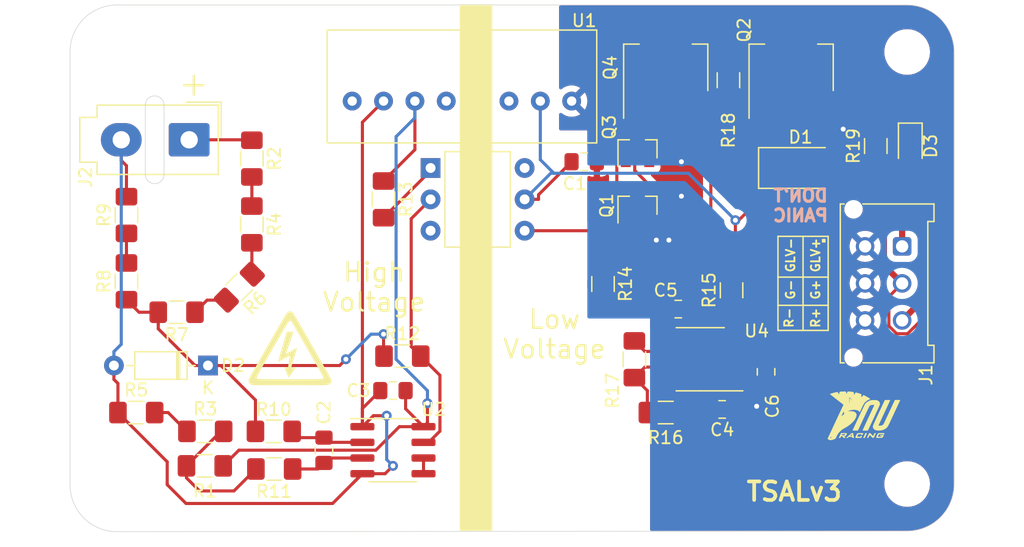
<source format=kicad_pcb>
(kicad_pcb (version 20221018) (generator pcbnew)
  (layers (0 "F.Cu" signal) (31 "B.Cu" signal) (34 "B.Paste" user) (35 "F.Paste" user) (36 "B.SilkS" user "B.Silkscreen") (37 "F.SilkS" user "F.Silkscreen") (38 "B.Mask" user) (39 "F.Mask" user) (44 "Edge.Cuts" user))
  (net 0 "")
  (net 1 "Net-(C2-Pad2)")
  (net 2 "Net-(C2-Pad1)")
  (net 3 "GND")
  (net 4 "+12V")
  (net 5 "Net-(C5-Pad2)")
  (net 6 "Net-(C6-Pad2)")
  (net 7 "/Vin")
  (net 8 "/RED+")
  (net 9 "Net-(D3-Pad1)")
  (net 10 "/+HV")
  (net 11 "/GRN+")
  (net 12 "Net-(Q3-Pad3)")
  (net 13 "/Vref")
  (net 14 "Net-(U2-Pad5)")
  (net 15 "Net-(Q3-Pad1)")
  (net 16 "Net-(Q1-Pad3)")
  (net 17 "Net-(Q1-Pad1)")
  (net 18 "Net-(R2-Pad2)")
  (net 19 "Net-(R3-Pad1)")
  (net 20 "Net-(R4-Pad2)")
  (net 21 "Net-(R6-Pad2)")
  (net 22 "Net-(R8-Pad2)")
  (net 23 "Net-(R12-Pad2)")
  (net 24 "Net-(R13-Pad2)")
  (net 25 "Net-(R16-Pad1)")
  (net 26 "GLV-")
  (net 27 "GLV+")
  (net 28 "VCC")
  (footprint "Resistor_SMD:R_1206_3216Metric_Pad1.42x1.75mm_HandSolder" (layer "F.Cu") (at 62.484 73.406 -135)
    (fp_text reference "R6" (at 0 -1.82 45) (layer "F.SilkS"))
    (fp_text value "249k")
    (pad "1" smd roundrect (at -1.4875 0 225) (size 1.425 1.75) (layers "F.Cu" "F.Paste" "F.Mask") (roundrect_rratio 0.1754392982) (net 20 "Net-(R4-Pad2)"))
    (pad "2" smd roundrect (at 1.4875 0 225) (size 1.425 1.75) (layers "F.Cu" "F.Paste" "F.Mask") (roundrect_rratio 0.1754392982) (net 21 "Net-(R6-Pad2)"))
  )
  (footprint "Connector_Molex:Molex_Mini-Fit_Jr_5566-02A_2x01_P4.20mm_Vertical" (layer "F.Cu") (at 58.42 61.468 -90)
    (fp_text reference "J2" (at 3.048 8.382 90) (layer "F.SilkS"))
    (fp_text value "HV")
    (pad "1" thru_hole roundrect (at 0 0 270) (size 2.7 3.3) (drill 1.4) (layers "*.Cu" "*.Mask") (roundrect_rratio 0.09259296296) (net 10 "/+HV"))
    (pad "2" thru_hole oval (at 0 5.5 270) (size 2.7 3.3) (drill 1.4) (layers "*.Cu" "*.Mask") (net 3 "GND"))
  )
  (footprint "Resistor_SMD:R_1206_3216Metric_Pad1.42x1.75mm_HandSolder" (layer "F.Cu") (at 57.404 75.438 180)
    (fp_text reference "R7" (at 0 -1.82) (layer "F.SilkS"))
    (fp_text value "249k")
    (pad "1" smd roundrect (at -1.4875 0 180) (size 1.425 1.75) (layers "F.Cu" "F.Paste" "F.Mask") (roundrect_rratio 0.1754392982) (net 21 "Net-(R6-Pad2)"))
    (pad "2" smd roundrect (at 1.4875 0 180) (size 1.425 1.75) (layers "F.Cu" "F.Paste" "F.Mask") (roundrect_rratio 0.1754392982) (net 7 "/Vin"))
  )
  (footprint "Resistor_SMD:R_1206_3216Metric_Pad1.42x1.75mm_HandSolder" (layer "F.Cu") (at 63.5 68.326 -90)
    (fp_text reference "R4" (at 0 -1.82 90) (layer "F.SilkS"))
    (fp_text value "249k")
    (pad "1" smd roundrect (at -1.4875 0 270) (size 1.425 1.75) (layers "F.Cu" "F.Paste" "F.Mask") (roundrect_rratio 0.1754392982) (net 18 "Net-(R2-Pad2)"))
    (pad "2" smd roundrect (at 1.4875 0 270) (size 1.425 1.75) (layers "F.Cu" "F.Paste" "F.Mask") (roundrect_rratio 0.1754392982) (net 20 "Net-(R4-Pad2)"))
  )
  (footprint "Resistor_SMD:R_1206_3216Metric_Pad1.42x1.75mm_HandSolder" (layer "F.Cu") (at 65.278 85.09 180)
    (fp_text reference "R10" (at 0 1.778) (layer "F.SilkS"))
    (fp_text value "100")
    (pad "1" smd roundrect (at -1.4875 0 180) (size 1.425 1.75) (layers "F.Cu" "F.Paste" "F.Mask") (roundrect_rratio 0.1754392982) (net 2 "Net-(C2-Pad1)"))
    (pad "2" smd roundrect (at 1.4875 0 180) (size 1.425 1.75) (layers "F.Cu" "F.Paste" "F.Mask") (roundrect_rratio 0.1754392982) (net 7 "/Vin"))
  )
  (footprint "Resistor_SMD:R_1206_3216Metric_Pad1.42x1.75mm_HandSolder" (layer "F.Cu") (at 65.3145 88.138 180)
    (fp_text reference "R11" (at 0 -1.82) (layer "F.SilkS"))
    (fp_text value "100")
    (pad "1" smd roundrect (at -1.4875 0 180) (size 1.425 1.75) (layers "F.Cu" "F.Paste" "F.Mask") (roundrect_rratio 0.1754392982) (net 1 "Net-(C2-Pad2)"))
    (pad "2" smd roundrect (at 1.4875 0 180) (size 1.425 1.75) (layers "F.Cu" "F.Paste" "F.Mask") (roundrect_rratio 0.1754392982) (net 13 "/Vref"))
  )
  (footprint "Resistor_SMD:R_1206_3216Metric_Pad1.42x1.75mm_HandSolder" (layer "F.Cu") (at 75.692 78.994)
    (fp_text reference "R12" (at 0 -1.82) (layer "F.SilkS"))
    (fp_text value "1M")
    (pad "1" smd roundrect (at -1.4875 0) (size 1.425 1.75) (layers "F.Cu" "F.Paste" "F.Mask") (roundrect_rratio 0.1754392982) (net 7 "/Vin"))
    (pad "2" smd roundrect (at 1.4875 0) (size 1.425 1.75) (layers "F.Cu" "F.Paste" "F.Mask") (roundrect_rratio 0.1754392982) (net 23 "Net-(R12-Pad2)"))
  )
  (footprint "Capacitor_SMD:C_0805_2012Metric_Pad1.15x1.40mm_HandSolder" (layer "F.Cu") (at 74.93 81.788 180)
    (fp_text reference "C3" (at 2.794 0) (layer "F.SilkS"))
    (fp_text value "100n")
    (pad "1" smd roundrect (at -1.025 0 180) (size 1.15 1.4) (layers "F.Cu" "F.Paste" "F.Mask") (roundrect_rratio 0.2173913043) (net 4 "+12V"))
    (pad "2" smd roundrect (at 1.025 0 180) (size 1.15 1.4) (layers "F.Cu" "F.Paste" "F.Mask") (roundrect_rratio 0.2173913043) (net 3 "GND"))
  )
  (footprint "Capacitor_SMD:C_0805_2012Metric_Pad1.15x1.40mm_HandSolder" (layer "F.Cu") (at 69.342 86.623 -90)
    (fp_text reference "C2" (at -3.057 0 90) (layer "F.SilkS"))
    (fp_text value "10n")
    (pad "1" smd roundrect (at -1.025 0 270) (size 1.15 1.4) (layers "F.Cu" "F.Paste" "F.Mask") (roundrect_rratio 0.2173913043) (net 2 "Net-(C2-Pad1)"))
    (pad "2" smd roundrect (at 1.025 0 270) (size 1.15 1.4) (layers "F.Cu" "F.Paste" "F.Mask") (roundrect_rratio 0.2173913043) (net 1 "Net-(C2-Pad2)"))
  )
  (footprint "Resistor_SMD:R_1206_3216Metric_Pad1.42x1.75mm_HandSolder" (layer "F.Cu") (at 54.1385 83.566)
    (fp_text reference "R5" (at 0 -1.82) (layer "F.SilkS"))
    (fp_text value "900")
    (pad "1" smd roundrect (at -1.4875 0) (size 1.425 1.75) (layers "F.Cu" "F.Paste" "F.Mask") (roundrect_rratio 0.1754392982) (net 3 "GND"))
    (pad "2" smd roundrect (at 1.4875 0) (size 1.425 1.75) (layers "F.Cu" "F.Paste" "F.Mask") (roundrect_rratio 0.1754392982) (net 19 "Net-(R3-Pad1)"))
  )
  (footprint "Resistor_SMD:R_1206_3216Metric_Pad1.42x1.75mm_HandSolder" (layer "F.Cu") (at 53.34 72.9345 90)
    (fp_text reference "R8" (at 0 -1.82 90) (layer "F.SilkS"))
    (fp_text value "49k9")
    (pad "1" smd roundrect (at -1.4875 0 90) (size 1.425 1.75) (layers "F.Cu" "F.Paste" "F.Mask") (roundrect_rratio 0.1754392982) (net 7 "/Vin"))
    (pad "2" smd roundrect (at 1.4875 0 90) (size 1.425 1.75) (layers "F.Cu" "F.Paste" "F.Mask") (roundrect_rratio 0.1754392982) (net 22 "Net-(R8-Pad2)"))
  )
  (footprint "Resistor_SMD:R_1206_3216Metric_Pad1.42x1.75mm_HandSolder" (layer "F.Cu") (at 53.34 67.564 90)
    (fp_text reference "R9" (at 0 -1.82 90) (layer "F.SilkS"))
    (fp_text value "2k2")
    (pad "1" smd roundrect (at -1.4875 0 90) (size 1.425 1.75) (layers "F.Cu" "F.Paste" "F.Mask") (roundrect_rratio 0.1754392982) (net 22 "Net-(R8-Pad2)"))
    (pad "2" smd roundrect (at 1.4875 0 90) (size 1.425 1.75) (layers "F.Cu" "F.Paste" "F.Mask") (roundrect_rratio 0.1754392982) (net 3 "GND"))
  )
  (footprint "Diode_THT:D_DO-35_SOD27_P7.62mm_Horizontal" (layer "F.Cu") (at 59.944 79.756 180)
    (fp_text reference "D2" (at -2.032 0) (layer "F.SilkS"))
    (fp_text value "12V")
    (fp_text user "K" (at 0 -1.8) (layer "F.SilkS"))
    (pad "1" thru_hole rect (at 0 0 180) (size 1.6 1.6) (drill 0.8) (layers "*.Cu" "*.Mask") (net 7 "/Vin"))
    (pad "2" thru_hole oval (at 7.62 0 180) (size 1.6 1.6) (drill 0.8) (layers "*.Cu" "*.Mask") (net 3 "GND"))
  )
  (footprint "Resistor_SMD:R_1206_3216Metric_Pad1.42x1.75mm_HandSolder" (layer "F.Cu") (at 63.5 62.992 -90)
    (fp_text reference "R2" (at 0 -1.82 90) (layer "F.SilkS"))
    (fp_text value "249k")
    (pad "1" smd roundrect (at -1.4875 0 270) (size 1.425 1.75) (layers "F.Cu" "F.Paste" "F.Mask") (roundrect_rratio 0.1754392982) (net 10 "/+HV"))
    (pad "2" smd roundrect (at 1.4875 0 270) (size 1.425 1.75) (layers "F.Cu" "F.Paste" "F.Mask") (roundrect_rratio 0.1754392982) (net 18 "Net-(R2-Pad2)"))
  )
  (footprint "Resistor_SMD:R_1206_3216Metric_Pad1.42x1.75mm_HandSolder" (layer "F.Cu") (at 59.7265 85.09)
    (fp_text reference "R3" (at 0 -1.82) (layer "F.SilkS"))
    (fp_text value "24k")
    (pad "1" smd roundrect (at -1.4875 0) (size 1.425 1.75) (layers "F.Cu" "F.Paste" "F.Mask") (roundrect_rratio 0.1754392982) (net 19 "Net-(R3-Pad1)"))
    (pad "2" smd roundrect (at 1.4875 0) (size 1.425 1.75) (layers "F.Cu" "F.Paste" "F.Mask") (roundrect_rratio 0.1754392982) (net 13 "/Vref"))
  )
  (footprint "Package_TO_SOT_SMD:SOT-23" (layer "F.Cu") (at 94.742 62.23 90)
    (fp_text reference "Q3" (at 1.778 -2.286 90) (layer "F.SilkS"))
    (fp_text value "2N7002")
    (pad "1" smd rect (at -1 -0.95 90) (size 0.9 0.8) (layers "F.Cu" "F.Paste" "F.Mask") (net 15 "Net-(Q3-Pad1)"))
    (pad "2" smd rect (at -1 0.95 90) (size 0.9 0.8) (layers "F.Cu" "F.Paste" "F.Mask") (net 26 "GLV-"))
    (pad "3" smd rect (at 1 0 90) (size 0.9 0.8) (layers "F.Cu" "F.Paste" "F.Mask") (net 12 "Net-(Q3-Pad3)"))
  )
  (footprint "Resistor_SMD:R_1206_3216Metric_Pad1.42x1.75mm_HandSolder" (layer "F.Cu") (at 102.108 56.642 -90)
    (fp_text reference "R18" (at 4.064 0 90) (layer "F.SilkS"))
    (fp_text value "10k")
    (pad "1" smd roundrect (at -1.4875 0 270) (size 1.425 1.75) (layers "F.Cu" "F.Paste" "F.Mask") (roundrect_rratio 0.1754392982) (net 12 "Net-(Q3-Pad3)"))
    (pad "2" smd roundrect (at 1.4875 0 270) (size 1.425 1.75) (layers "F.Cu" "F.Paste" "F.Mask") (roundrect_rratio 0.1754392982) (net 27 "GLV+"))
  )
  (footprint "Diode_SMD:D_SMA" (layer "F.Cu") (at 107.95 63.754)
    (fp_text reference "D1" (at 0 -2.5) (layer "F.SilkS"))
    (fp_text value "D")
    (pad "1" smd rect (at -2 0) (size 2.5 1.8) (layers "F.Cu" "F.Paste" "F.Mask") (net 28 "VCC"))
    (pad "2" smd rect (at 2 0) (size 2.5 1.8) (layers "F.Cu" "F.Paste" "F.Mask") (net 27 "GLV+"))
  )
  (footprint "Package_TO_SOT_SMD:SOT-223-3_TabPin2" (layer "F.Cu") (at 97.028 55.626 90)
    (fp_text reference "Q4" (at 0 -4.5 90) (layer "F.SilkS"))
    (fp_text value "MCT06P10-TP")
    (pad "1" smd rect (at -3.15 -2.3 90) (size 2 1.5) (layers "F.Cu" "F.Paste" "F.Mask") (net 12 "Net-(Q3-Pad3)"))
    (pad "2" smd rect (at -3.15 0 90) (size 2 1.5) (layers "F.Cu" "F.Paste" "F.Mask") (net 8 "/RED+"))
    (pad "2" smd rect (at 3.15 0 90) (size 2 3.8) (layers "F.Cu" "F.Paste" "F.Mask") (net 8 "/RED+"))
    (pad "3" smd rect (at -3.15 2.3 90) (size 2 1.5) (layers "F.Cu" "F.Paste" "F.Mask") (net 27 "GLV+"))
  )
  (footprint "Connector_Molex:Molex_Micro-Fit_3.0_43045-0612_2x03_P3.00mm_Vertical" (layer "F.Cu") (at 116.1796 70.104 -90)
    (fp_text reference "J1" (at 10.414 -1.9304 90) (layer "F.SilkS"))
    (fp_text value "Conn_01x06_Female")
    (pad "" np_thru_hole circle (at -3 3.94 270) (size 1 1) (drill 1) (layers "*.Cu" "*.Mask"))
    (pad "" np_thru_hole circle (at 9 3.94 270) (size 1 1) (drill 1) (layers "*.Cu" "*.Mask"))
    (pad "1" thru_hole roundrect (at 0 0 270) (size 1.5 1.5) (drill 1) (layers "*.Cu" "*.Mask") (roundrect_rratio 0.1666673333) (net 27 "GLV+"))
    (pad "2" thru_hole circle (at 3 0 270) (size 1.5 1.5) (drill 1) (layers "*.Cu" "*.Mask") (net 11 "/GRN+"))
    (pad "3" thru_hole circle (at 6 0 270) (size 1.5 1.5) (drill 1) (layers "*.Cu" "*.Mask") (net 8 "/RED+"))
    (pad "4" thru_hole circle (at 0 3 270) (size 1.5 1.5) (drill 1) (layers "*.Cu" "*.Mask") (net 26 "GLV-"))
    (pad "5" thru_hole circle (at 3 3 270) (size 1.5 1.5) (drill 1) (layers "*.Cu" "*.Mask") (net 26 "GLV-"))
    (pad "6" thru_hole circle (at 6 3 270) (size 1.5 1.5) (drill 1) (layers "*.Cu" "*.Mask") (net 26 "GLV-"))
  )
  (footprint "MountingHole:MountingHole_3.2mm_M3" (layer "F.Cu") (at 116.586 89.356)
    (fp_text reference "MH4" hide)
    (fp_text value "MountingHole_3.2mm_M3")
    (pad "" np_thru_hole circle locked (at 0 0) (size 3.2 3.2) (drill 3.2) (layers "*.Cu" "*.Mask"))
  )
  (footprint "Package_SO:SOIC-8_3.9x4.9mm_P1.27mm" (layer "F.Cu") (at 74.93 86.614)
    (fp_text reference "U2" (at 3.302 -3.302) (layer "F.SilkS"))
    (fp_text value "LM311")
    (pad "1" smd roundrect (at -2.475 -1.905) (size 1.95 0.6) (layers "F.Cu" "F.Paste" "F.Mask") (net 3 "GND"))
    (pad "2" smd roundrect (at -2.475 -0.635) (size 1.95 0.6) (layers "F.Cu" "F.Paste" "F.Mask") (net 2 "Net-(C2-Pad1)"))
    (pad "3" smd roundrect (at -2.475 0.635) (size 1.95 0.6) (layers "F.Cu" "F.Paste" "F.Mask") (net 1 "Net-(C2-Pad2)"))
    (pad "4" smd roundrect (at -2.475 1.905) (size 1.95 0.6) (layers "F.Cu" "F.Paste" "F.Mask") (net 3 "GND"))
    (pad "5" smd roundrect (at 2.475 1.905) (size 1.95 0.6) (layers "F.Cu" "F.Paste" "F.Mask") (net 14 "Net-(U2-Pad5)"))
    (pad "6" smd roundrect (at 2.475 0.635) (size 1.95 0.6) (layers "F.Cu" "F.Paste" "F.Mask") (net 14 "Net-(U2-Pad5)"))
    (pad "7" smd roundrect (at 2.475 -0.635) (size 1.95 0.6) (layers "F.Cu" "F.Paste" "F.Mask") (net 23 "Net-(R12-Pad2)"))
    (pad "8" smd roundrect (at 2.475 -1.905) (size 1.95 0.6) (layers "F.Cu" "F.Paste" "F.Mask") (net 4 "+12V"))
  )
  (footprint "MountingHole:MountingHole_3.2mm_M3" (layer "F.Cu") (at 52.578 89.408)
    (fp_text reference "MH3" hide)
    (fp_text value "MountingHole_3.2mm_M3")
    (pad "" np_thru_hole circle locked (at 0 0) (size 3.2 3.2) (drill 3.2) (layers "*.Cu" "*.Mask"))
  )
  (footprint "MountingHole:MountingHole_3.2mm_M3" (layer "F.Cu") (at 116.586 54.356)
    (fp_text reference "MH2" hide)
    (fp_text value "MountingHole_3.2mm_M3")
    (pad "" np_thru_hole circle locked (at 0 0) (size 3.2 3.2) (drill 3.2) (layers "*.Cu" "*.Mask"))
  )
  (footprint "Resistor_SMD:R_1206_3216Metric_Pad1.42x1.75mm_HandSolder" (layer "F.Cu") (at 94.488 79.248 -90)
    (fp_text reference "R17" (at 2.54 1.778 90) (layer "F.SilkS"))
    (fp_text value "220k")
    (pad "1" smd roundrect (at -1.4875 0 270) (size 1.425 1.75) (layers "F.Cu" "F.Paste" "F.Mask") (roundrect_rratio 0.1754392982) (net 6 "Net-(C6-Pad2)"))
    (pad "2" smd roundrect (at 1.4875 0 270) (size 1.425 1.75) (layers "F.Cu" "F.Paste" "F.Mask") (roundrect_rratio 0.1754392982) (net 25 "Net-(R16-Pad1)"))
  )
  (footprint "Resistor_SMD:R_1206_3216Metric_Pad1.42x1.75mm_HandSolder" (layer "F.Cu") (at 102.362 73.66 90)
    (fp_text reference "R15" (at 0 -1.82 90) (layer "F.SilkS"))
    (fp_text value "22k")
    (pad "1" smd roundrect (at -1.4875 0 90) (size 1.425 1.75) (layers "F.Cu" "F.Paste" "F.Mask") (roundrect_rratio 0.1754392982) (net 16 "Net-(Q1-Pad3)"))
    (pad "2" smd roundrect (at 1.4875 0 90) (size 1.425 1.75) (layers "F.Cu" "F.Paste" "F.Mask") (roundrect_rratio 0.1754392982) (net 28 "VCC"))
  )
  (footprint "Resistor_SMD:R_1206_3216Metric_Pad1.42x1.75mm_HandSolder" (layer "F.Cu") (at 97.028 83.566)
    (fp_text reference "R16" (at 0 2.032) (layer "F.SilkS"))
    (fp_text value "22k")
    (pad "1" smd roundrect (at -1.4875 0) (size 1.425 1.75) (layers "F.Cu" "F.Paste" "F.Mask") (roundrect_rratio 0.1754392982) (net 25 "Net-(R16-Pad1)"))
    (pad "2" smd roundrect (at 1.4875 0) (size 1.425 1.75) (layers "F.Cu" "F.Paste" "F.Mask") (roundrect_rratio 0.1754392982) (net 28 "VCC"))
  )
  (footprint "Resistor_SMD:R_1206_3216Metric_Pad1.42x1.75mm_HandSolder" (layer "F.Cu") (at 114.046 61.976 90)
    (fp_text reference "R19" (at 0 -1.82 90) (layer "F.SilkS"))
    (fp_text value "2k2")
    (pad "1" smd roundrect (at -1.4875 0 90) (size 1.425 1.75) (layers "F.Cu" "F.Paste" "F.Mask") (roundrect_rratio 0.1754392982) (net 9 "Net-(D3-Pad1)"))
    (pad "2" smd roundrect (at 1.4875 0 90) (size 1.425 1.75) (layers "F.Cu" "F.Paste" "F.Mask") (roundrect_rratio 0.1754392982) (net 26 "GLV-"))
  )
  (footprint "Package_SO:SOIC-8_3.9x4.9mm_P1.27mm" (layer "F.Cu") (at 99.822 79.248 180)
    (fp_text reference "U4" (at -4.572 2.286) (layer "F.SilkS"))
    (fp_text value "NE555")
    (pad "1" smd roundrect (at -2.475 -1.905 180) (size 1.95 0.6) (layers "F.Cu" "F.Paste" "F.Mask") (net 26 "GLV-"))
    (pad "2" smd roundrect (at -2.475 -0.635 180) (size 1.95 0.6) (layers "F.Cu" "F.Paste" "F.Mask") (net 6 "Net-(C6-Pad2)"))
    (pad "3" smd roundrect (at -2.475 0.635 180) (size 1.95 0.6) (layers "F.Cu" "F.Paste" "F.Mask") (net 15 "Net-(Q3-Pad1)"))
    (pad "4" smd roundrect (at -2.475 1.905 180) (size 1.95 0.6) (layers "F.Cu" "F.Paste" "F.Mask") (net 16 "Net-(Q1-Pad3)"))
    (pad "5" smd roundrect (at 2.475 1.905 180) (size 1.95 0.6) (layers "F.Cu" "F.Paste" "F.Mask") (net 5 "Net-(C5-Pad2)"))
    (pad "6" smd roundrect (at 2.475 0.635 180) (size 1.95 0.6) (layers "F.Cu" "F.Paste" "F.Mask") (net 6 "Net-(C6-Pad2)"))
    (pad "7" smd roundrect (at 2.475 -0.635 180) (size 1.95 0.6) (layers "F.Cu" "F.Paste" "F.Mask") (net 25 "Net-(R16-Pad1)"))
    (pad "8" smd roundrect (at 2.475 -1.905 180) (size 1.95 0.6) (layers "F.Cu" "F.Paste" "F.Mask") (net 28 "VCC"))
  )
  (footprint "Resistor_SMD:R_1206_3216Metric_Pad1.42x1.75mm_HandSolder" (layer "F.Cu") (at 91.948 73.152 -90)
    (fp_text reference "R14" (at 0 -1.82 90) (layer "F.SilkS"))
    (fp_text value "10k")
    (pad "1" smd roundrect (at -1.4875 0 270) (size 1.425 1.75) (layers "F.Cu" "F.Paste" "F.Mask") (roundrect_rratio 0.1754392982) (net 17 "Net-(Q1-Pad1)"))
    (pad "2" smd roundrect (at 1.4875 0 270) (size 1.425 1.75) (layers "F.Cu" "F.Paste" "F.Mask") (roundrect_rratio 0.1754392982) (net 26 "GLV-"))
  )
  (footprint "Resistor_SMD:R_1206_3216Metric_Pad1.42x1.75mm_HandSolder" (layer "F.Cu") (at 74.168 66.294 -90)
    (fp_text reference "R13" (at 0 -1.82 90) (layer "F.SilkS"))
    (fp_text value "2k2")
    (pad "1" smd roundrect (at -1.4875 0 270) (size 1.425 1.75) (layers "F.Cu" "F.Paste" "F.Mask") (roundrect_rratio 0.1754392982) (net 4 "+12V"))
    (pad "2" smd roundrect (at 1.4875 0 270) (size 1.425 1.75) (layers "F.Cu" "F.Paste" "F.Mask") (roundrect_rratio 0.1754392982) (net 24 "Net-(R13-Pad2)"))
  )
  (footprint "Package_DIP:DIP-6_W7.62mm" (layer "F.Cu") (at 77.978 63.754)
    (fp_text reference "U3" (at 3.81 -2.33) (layer "F.SilkS"))
    (fp_text value "4N35")
    (pad "1" thru_hole rect (at 0 0) (size 1.6 1.6) (drill 0.8) (layers "*.Cu" "*.Mask") (net 24 "Net-(R13-Pad2)"))
    (pad "2" thru_hole oval (at 0 2.54) (size 1.6 1.6) (drill 0.8) (layers "*.Cu" "*.Mask") (net 23 "Net-(R12-Pad2)"))
    (pad "3" thru_hole oval (at 0 5.08) (size 1.6 1.6) (drill 0.8) (layers "*.Cu" "*.Mask"))
    (pad "4" thru_hole oval (at 7.62 5.08) (size 1.6 1.6) (drill 0.8) (layers "*.Cu" "*.Mask") (net 17 "Net-(Q1-Pad1)"))
    (pad "5" thru_hole oval (at 7.62 2.54) (size 1.6 1.6) (drill 0.8) (layers "*.Cu" "*.Mask") (net 28 "VCC"))
    (pad "6" thru_hole oval (at 7.62 0) (size 1.6 1.6) (drill 0.8) (layers "*.Cu" "*.Mask"))
  )
  (footprint "Capacitor_SMD:C_0805_2012Metric_Pad1.15x1.40mm_HandSolder" (layer "F.Cu") (at 101.6 83.312 180)
    (fp_text reference "C4" (at 0 -1.65) (layer "F.SilkS"))
    (fp_text value "100n")
    (pad "1" smd roundrect (at -1.025 0 180) (size 1.15 1.4) (layers "F.Cu" "F.Paste" "F.Mask") (roundrect_rratio 0.2173913043) (net 26 "GLV-"))
    (pad "2" smd roundrect (at 1.025 0 180) (size 1.15 1.4) (layers "F.Cu" "F.Paste" "F.Mask") (roundrect_rratio 0.2173913043) (net 28 "VCC"))
  )
  (footprint "Capacitor_SMD:C_0805_2012Metric_Pad1.15x1.40mm_HandSolder" (layer "F.Cu") (at 105.156 80.264 90)
    (fp_text reference "C6" (at -2.794 0.508 90) (layer "F.SilkS"))
    (fp_text value "1u")
    (pad "1" smd roundrect (at -1.025 0 90) (size 1.15 1.4) (layers "F.Cu" "F.Paste" "F.Mask") (roundrect_rratio 0.2173913043) (net 26 "GLV-"))
    (pad "2" smd roundrect (at 1.025 0 90) (size 1.15 1.4) (layers "F.Cu" "F.Paste" "F.Mask") (roundrect_rratio 0.2173913043) (net 6 "Net-(C6-Pad2)"))
  )
  (footprint "LED_SMD:LED_0805_2012Metric_Pad1.15x1.40mm_HandSolder" (layer "F.Cu") (at 116.84 61.976 -90)
    (fp_text reference "D3" (at 0 -1.65 90) (layer "F.SilkS"))
    (fp_text value "VHI")
    (pad "1" smd roundrect (at -1.025 0 270) (size 1.15 1.4) (layers "F.Cu" "F.Paste" "F.Mask") (roundrect_rratio 0.2173913043) (net 9 "Net-(D3-Pad1)"))
    (pad "2" smd roundrect (at 1.025 0 270) (size 1.15 1.4) (layers "F.Cu" "F.Paste" "F.Mask") (roundrect_rratio 0.2173913043) (net 8 "/RED+"))
  )
  (footprint "Package_TO_SOT_SMD:SOT-223-3_TabPin2" (layer "F.Cu") (at 107.188 55.626 90)
    (fp_text reference "Q2" (at 3.048 -3.81 90) (layer "F.SilkS"))
    (fp_text value "MCT06P10-TP")
    (pad "1" smd rect (at -3.15 -2.3 90) (size 2 1.5) (layers "F.Cu" "F.Paste" "F.Mask") (net 16 "Net-(Q1-Pad3)"))
    (pad "2" smd rect (at -3.15 0 90) (size 2 1.5) (layers "F.Cu" "F.Paste" "F.Mask") (net 11 "/GRN+"))
    (pad "2" smd rect (at 3.15 0 90) (size 2 3.8) (layers "F.Cu" "F.Paste" "F.Mask") (net 11 "/GRN+"))
    (pad "3" smd rect (at -3.15 2.3 90) (size 2 1.5) (layers "F.Cu" "F.Paste" "F.Mask") (net 27 "GLV+"))
  )
  (footprint "Capacitor_SMD:C_0805_2012Metric_Pad1.15x1.40mm_HandSolder" (layer "F.Cu") (at 90.424 63.246 180)
    (fp_text reference "C1" (at 0.762 -1.778) (layer "F.SilkS"))
    (fp_text value "1u")
    (pad "1" smd roundrect (at -1.025 0 180) (size 1.15 1.4) (layers "F.Cu" "F.Paste" "F.Mask") (roundrect_rratio 0.2173913043) (net 26 "GLV-"))
    (pad "2" smd roundrect (at 1.025 0 180) (size 1.15 1.4) (layers "F.Cu" "F.Paste" "F.Mask") (roundrect_rratio 0.2173913043) (net 28 "VCC"))
  )
  (footprint "Package_TO_SOT_SMD:SOT-23" (layer "F.Cu") (at 94.742 66.802 90)
    (fp_text reference "Q1" (at 0 -2.5 90) (layer "F.SilkS"))
    (fp_text value "2N7002")
    (pad "1" smd rect (at -1 -0.95 90) (size 0.9 0.8) (layers "F.Cu" "F.Paste" "F.Mask") (net 17 "Net-(Q1-Pad1)"))
    (pad "2" smd rect (at -1 0.95 90) (size 0.9 0.8) (layers "F.Cu" "F.Paste" "F.Mask") (net 26 "GLV-"))
    (pad "3" smd rect (at 1 0 90) (size 0.9 0.8) (layers "F.Cu" "F.Paste" "F.Mask") (net 16 "Net-(Q1-Pad3)"))
  )
  (footprint "TSAL-HVM:SPAN02" (layer "F.Cu") (at 80.772 57.15 180)
    (fp_text reference "U1" (at -9.652 5.334) (layer "F.SilkS"))
    (fp_text value "SPAN02A-12")
    (pad "1" thru_hole circle (at -8.636 -1.184 180) (size 1.524 1.524) (drill 0.762) (layers "*.Cu" "*.Mask") (net 26 "GLV-"))
    (pad "2" thru_hole circle (at -6.096 -1.184 180) (size 1.524 1.524) (drill 0.762) (layers "*.Cu" "*.Mask") (net 28 "VCC"))
    (pad "3" thru_hole circle (at -3.556 -1.184 180) (size 1.524 1.524) (drill 0.762) (layers "*.Cu" "*.Mask"))
    (pad "5" thru_hole circle (at 1.524 -1.184 180) (size 1.524 1.524) (drill 0.762) (layers "*.Cu" "*.Mask"))
    (pad "6" thru_hole circle (at 4.064 -1.184 180) (size 1.524 1.524) (drill 0.762) (layers "*.Cu" "*.Mask") (net 4 "+12V"))
    (pad "7" thru_hole circle (at 6.604 -1.184 180) (size 1.524 1.524) (drill 0.762) (layers "*.Cu" "*.Mask") (net 3 "GND"))
    (pad "8" thru_hole circle (at 9.144 -1.184 180) (size 1.524 1.524) (drill 0.762) (layers "*.Cu" "*.Mask"))
  )
  (footprint "Capacitor_SMD:C_0805_2012Metric_Pad1.15x1.40mm_HandSolder" (layer "F.Cu") (at 98.044 75.184 180)
    (fp_text reference "C5" (at 1.016 1.524) (layer "F.SilkS"))
    (fp_text value "100n")
    (pad "1" smd roundrect (at -1.025 0 180) (size 1.15 1.4) (layers "F.Cu" "F.Paste" "F.Mask") (roundrect_rratio 0.2173913043) (net 26 "GLV-"))
    (pad "2" smd roundrect (at 1.025 0 180) (size 1.15 1.4) (layers "F.Cu" "F.Paste" "F.Mask") (roundrect_rratio 0.2173913043) (net 5 "Net-(C5-Pad2)"))
  )
  (footprint "Resistor_SMD:R_1206_3216Metric_Pad1.42x1.75mm_HandSolder" (layer "F.Cu") (at 59.69 87.884)
    (fp_text reference "R1" (at 0 2.032) (layer "F.SilkS"))
    (fp_text value "75k")
    (pad "1" smd roundrect (at -1.4875 0) (size 1.425 1.75) (layers "F.Cu" "F.Paste" "F.Mask") (roundrect_rratio 0.1754392982) (net 13 "/Vref"))
    (pad "2" smd roundrect (at 1.4875 0) (size 1.425 1.75) (layers "F.Cu" "F.Paste" "F.Mask") (roundrect_rratio 0.1754392982) (net 4 "+12V"))
  )
  (footprint "TSAL-HVM:logo" (layer "F.Cu") (at 113.086 83.856)
    (fp_text reference "G***" hide)
    (fp_text value "LOGO" hide)
  )
  (footprint "TSAL-HVM:electric-shock-symbol" (layer "F.Cu") (at 66.586 78.356)
    (fp_text reference "G***" hide)
    (fp_text value "LOGO" hide)
  )
  (footprint "MountingHole:MountingHole_3.2mm_M3" (layer "F.Cu") (at 52.578 54.356)
    (fp_text reference "MH1" hide)
    (fp_text value "MountingHole_3.2mm_M3")
    (pad "" np_thru_hole circle locked (at 0 0) (size 3.2 3.2) (drill 3.2) (layers "*.Cu" "*.Mask"))
  )
  (gr_line (start 106.1212 76.9112) (end 106.1212 69.2912) (stroke (width 0.12)) (layer "F.SilkS"))
  (gr_line (start 106.1212 72.5932) (end 110.1852 72.5932) (stroke (width 0.12)) (layer "F.SilkS"))
  (gr_poly (pts (xy 80.391 57.531) (xy 80.391 50.546) (xy 82.931 50.546) (xy 82.931 93.091) (xy 80.391 93.091) (xy 80.391 78.486)) (stroke (width 0.1)) (fill solid) (layer "F.SilkS"))
  (gr_line (start 110.1852 74.8792) (end 106.1212 74.8792) (stroke (width 0.12)) (layer "F.SilkS"))
  (gr_poly (pts (xy 109.728 69.5452) (xy 109.9312 69.5452) (xy 109.9312 69.7484) (xy 109.728 69.7484)) (stroke (width 0.1)) (fill solid) (layer "F.SilkS"))
  (gr_line (start 110.1852 69.2912) (end 110.1852 76.9112) (stroke (width 0.12)) (layer "F.SilkS"))
  (gr_line (start 106.1212 69.2912) (end 110.1852 69.2912) (stroke (width 0.12)) (layer "F.SilkS"))
  (gr_line (start 108.1532 76.9112) (end 108.1532 69.2912) (stroke (width 0.12)) (layer "F.SilkS"))
  (gr_line (start 110.1852 76.9112) (end 106.1212 76.9112) (stroke (width 0.12)) (layer "F.SilkS"))
  (gr_line (start 120.396 54.356) (end 120.396 89.356) (stroke (width 0.05)) (layer "Edge.Cuts"))
  (gr_line (start 116.586 93.166) (end 52.578 93.218) (stroke (width 0.05)) (layer "Edge.Cuts"))
  (gr_line (start 48.768 89.408) (end 48.768 54.356) (stroke (width 0.05)) (layer "Edge.Cuts"))
  (gr_line (start 52.578 50.546) (end 116.586 50.546) (stroke (width 0.05)) (layer "Edge.Cuts"))
  (gr_arc (start 56.388 64.262) (mid 55.626 65.024) (end 54.864 64.262) (stroke (width 0.05)) (layer "Edge.Cuts"))
  (gr_arc (start 54.864 58.674) (mid 55.626 57.912) (end 56.388 58.674) (stroke (width 0.05)) (layer "Edge.Cuts"))
  (gr_line (start 56.388 58.674) (end 56.388 64.262) (stroke (width 0.05)) (layer "Edge.Cuts"))
  (gr_line (start 54.864 58.674) (end 54.864 64.262) (stroke (width 0.05)) (layer "Edge.Cuts"))
  (gr_arc (start 48.768 54.356) (mid 49.883923 51.661923) (end 52.578 50.546) (stroke (width 0.05)) (layer "Edge.Cuts"))
  (gr_arc (start 52.578 93.218) (mid 49.883923 92.102077) (end 48.768 89.408) (stroke (width 0.05)) (layer "Edge.Cuts"))
  (gr_arc (start 116.586 50.546) (mid 119.280077 51.661923) (end 120.396 54.356) (stroke (width 0.05)) (layer "Edge.Cuts"))
  (gr_arc (start 120.396 89.356) (mid 119.280077 92.050077) (end 116.586 93.166) (stroke (width 0.05)) (layer "Edge.Cuts"))
  (gr_text "DON'T\nPANIC" (at 107.95 66.802) (layer "B.SilkS") (effects (font (size 1 1) (thickness 0.25)) (justify mirror)))
  (gr_text "High\nVoltage" (at 73.406 73.406) (layer "F.SilkS") (effects (font (size 1.5 1.5) (thickness 0.2))))
  (gr_text "Low\nVoltage" (at 88.011 77.216) (layer "F.SilkS") (effects (font (size 1.5 1.5) (thickness 0.2))))
  (gr_text "G-" (at 107.1372 73.6092 90) (layer "F.SilkS") (effects (font (size 0.7 0.7))))
  (gr_text "GLV-" (at 107.1372 70.8152 90) (layer "F.SilkS") (effects (font (size 0.7 0.7))))
  (gr_text "GLV+" (at 109.1692 70.8152 90) (layer "F.SilkS") (effects (font (size 0.7 0.7))))
  (gr_text "R+" (at 109.1692 75.8952 90) (layer "F.SilkS") (effects (font (size 0.7 0.7))))
  (gr_text "R-" (at 107.0102 75.8952 90) (layer "F.SilkS") (effects (font (size 0.7 0.7))))
  (gr_text "TSALv3" (at 107.442 89.9668) (layer "F.SilkS") (effects (font (size 1.5 1.5) (thickness 0.3))))
  (gr_text "G+" (at 109.1692 73.6092 90) (layer "F.SilkS") (effects (font (size 0.7 0.7))))
  (gr_text "+" (at 58.801 56.896) (layer "F.SilkS") (effects (font (size 2 2) (thickness 0.2))))
  (segment (start 72.455 87.249) (end 69.741 87.249) (width 0.25) (layer "F.Cu") (net 1))
  (segment (start 69.741 87.249) (end 69.342 87.648) (width 0.25) (layer "F.Cu") (net 1))
  (segment (start 68.852 88.138) (end 66.802 88.138) (width 0.25) (layer "F.Cu") (net 1))
  (segment (start 69.342 87.648) (end 68.852 88.138) (width 0.25) (layer "F.Cu") (net 1))
  (segment (start 69.723 85.979) (end 69.342 85.598) (width 0.25) (layer "F.Cu") (net 2))
  (segment (start 69.342 85.598) (end 67.2735 85.598) (width 0.25) (layer "F.Cu") (net 2))
  (segment (start 72.455 85.979) (end 69.723 85.979) (width 0.25) (layer "F.Cu") (net 2))
  (segment (start 67.2735 85.598) (end 66.7655 85.09) (width 0.25) (layer "F.Cu") (net 2))
  (segment (start 73.905 81.788) (end 72.455 83.238) (width 0.25) (layer "F.Cu") (net 3))
  (segment (start 53.34 63.5633) (end 53.34 66.0765) (width 0.25) (layer "F.Cu") (net 3))
  (segment (start 52.324 79.756) (end 52.324 80.8813) (width 0.25) (layer "F.Cu") (net 3))
  (segment (start 71.6304 89.3436) (end 72.455 88.519) (width 0.25) (layer "F.Cu") (net 3))
  (segment (start 52.324 80.8813) (end 52.651 81.2083) (width 0.25) (layer "F.Cu") (net 3))
  (segment (start 72.455 88.519) (end 74.295 88.519) (width 0.25) (layer "F.Cu") (net 3))
  (segment (start 56.642 89.328773) (end 56.647557 89.413557) (width 0.25) (layer "F.Cu") (net 3))
  (segment (start 74.422 83.82) (end 73.344 83.82) (width 0.25) (layer "F.Cu") (net 3))
  (segment (start 72.455 60.047) (end 74.168 58.334) (width 0.25) (layer "F.Cu") (net 3))
  (segment (start 70.042 90.932) (end 72.455 88.519) (width 0.25) (layer "F.Cu") (net 3))
  (segment (start 72.455 84.709) (end 72.455 60.047) (width 0.25) (layer "F.Cu") (net 3))
  (segment (start 56.642 87.557) (end 56.642 89.328773) (width 0.25) (layer "F.Cu") (net 3))
  (segment (start 74.295 88.519) (end 74.93 87.884) (width 0.25) (layer "F.Cu") (net 3))
  (segment (start 52.92 63.1433) (end 53.34 63.5633) (width 0.25) (layer "F.Cu") (net 3))
  (segment (start 52.651 82.3262) (end 52.651 83.566) (width 0.25) (layer "F.Cu") (net 3))
  (segment (start 52.651 81.2083) (end 52.651 82.3262) (width 0.25) (layer "F.Cu") (net 3))
  (segment (start 56.647557 89.413557) (end 58.166 90.932) (width 0.25) (layer "F.Cu") (net 3))
  (segment (start 73.344 83.82) (end 72.455 84.709) (width 0.25) (layer "F.Cu") (net 3))
  (segment (start 58.166 90.932) (end 70.042 90.932) (width 0.25) (layer "F.Cu") (net 3))
  (segment (start 52.651 83.566) (end 56.642 87.557) (width 0.25) (layer "F.Cu") (net 3))
  (segment (start 72.455 83.238) (end 72.455 84.709) (width 0.25) (layer "F.Cu") (net 3))
  (segment (start 52.92 61.468) (end 52.92 63.1433) (width 0.25) (layer "F.Cu") (net 3))
  (via (at 74.93 87.884) (size 0.8) (drill 0.4) (layers "F.Cu" "B.Cu") (net 3))
  (via (at 74.422 83.82) (size 0.8) (drill 0.4) (layers "F.Cu" "B.Cu") (net 3))
  (segment (start 52.324 79.756) (end 52.324 78.6307) (width 0.25) (layer "B.Cu") (net 3))
  (segment (start 74.422 87.376) (end 74.422 83.82) (width 0.25) (layer "B.Cu") (net 3))
  (segment (start 52.324 78.6307) (end 52.92 78.0347) (width 0.25) (layer "B.Cu") (net 3))
  (segment (start 74.93 87.884) (end 74.422 87.376) (width 0.25) (layer "B.Cu") (net 3))
  (segment (start 52.92 78.0347) (end 52.92 61.468) (width 0.25) (layer "B.Cu") (net 3))
  (segment (start 77.724 82.804) (end 77.724 84.39) (width 0.25) (layer "F.Cu") (net 4))
  (segment (start 76.708 58.334) (end 76.708 62.2665) (width 0.25) (layer "F.Cu") (net 4))
  (segment (start 62.4475 86.614) (end 73.5454 86.614) (width 0.25) (layer "F.Cu") (net 4))
  (segment (start 76.708 62.2665) (end 74.168 64.8065) (width 0.25) (layer "F.Cu") (net 4))
  (segment (start 75.955 81.788) (end 75.955 83.259) (width 0.25) (layer "F.Cu") (net 4))
  (segment (start 75.955 83.259) (end 77.405 84.709) (width 0.25) (layer "F.Cu") (net 4))
  (segment (start 75.4504 84.709) (end 77.405 84.709) (width 0.25) (layer "F.Cu") (net 4))
  (segment (start 61.1775 87.884) (end 62.4475 86.614) (width 0.25) (layer "F.Cu") (net 4))
  (segment (start 73.5454 86.614) (end 75.4504 84.709) (width 0.25) (layer "F.Cu") (net 4))
  (segment (start 77.724 84.39) (end 77.405 84.709) (width 0.25) (layer "F.Cu") (net 4))
  (via (at 77.724 82.804) (size 0.8) (drill 0.4) (layers "F.Cu" "B.Cu") (net 4))
  (segment (start 75.184 79.248) (end 77.724 81.788) (width 0.25) (layer "B.Cu") (net 4))
  (segment (start 76.708 59.69) (end 75.184 61.214) (width 0.25) (layer "B.Cu") (net 4))
  (segment (start 75.184 61.214) (end 75.184 79.248) (width 0.25) (layer "B.Cu") (net 4))
  (segment (start 77.724 81.788) (end 77.724 82.804) (width 0.25) (layer "B.Cu") (net 4))
  (segment (start 76.708 58.334) (end 76.708 59.69) (width 0.25) (layer "B.Cu") (net 4))
  (segment (start 97.019 75.184) (end 97.019 77.015) (width 0.25) (layer "F.Cu") (net 5))
  (segment (start 97.019 77.015) (end 97.347 77.343) (width 0.25) (layer "F.Cu") (net 5))
  (segment (start 103.505 79.883) (end 104.149 79.239) (width 0.25) (layer "F.Cu") (net 6))
  (segment (start 95.3405 78.613) (end 94.488 77.7605) (width 0.25) (layer "F.Cu") (net 6))
  (segment (start 104.149 79.239) (end 105.156 79.239) (width 0.25) (layer "F.Cu") (net 6))
  (segment (start 97.347 78.613) (end 95.3405 78.613) (width 0.25) (layer "F.Cu") (net 6))
  (segment (start 102.297 79.883) (end 103.505 79.883) (width 0.25) (layer "F.Cu") (net 6))
  (segment (start 99.187 78.613) (end 100.457 79.883) (width 0.25) (layer "F.Cu") (net 6))
  (segment (start 97.347 78.613) (end 99.187 78.613) (width 0.25) (layer "F.Cu") (net 6))
  (segment (start 100.457 79.883) (end 102.297 79.883) (width 0.25) (layer "F.Cu") (net 6))
  (segment (start 59.944 79.756) (end 70.612 79.756) (width 0.25) (layer "F.Cu") (net 7))
  (segment (start 70.612 79.756) (end 71.12 79.248) (width 0.25) (layer "F.Cu") (net 7))
  (segment (start 63.7905 82.5525) (end 60.994 79.756) (width 0.25) (layer "F.Cu") (net 7))
  (segment (start 74.168 77.216) (end 74.168 78.9575) (width 0.25) (layer "F.Cu") (net 7))
  (segment (start 55.9165 76.7785) (end 55.9165 76.413) (width 0.25) (layer "F.Cu") (net 7))
  (segment (start 60.994 79.756) (end 59.944 79.756) (width 0.25) (layer "F.Cu") (net 7))
  (segment (start 55.9165 75.438) (end 54.356 75.438) (width 0.25) (layer "F.Cu") (net 7))
  (segment (start 55.9165 76.413) (end 55.9165 75.438) (width 0.25) (layer "F.Cu") (net 7))
  (segment (start 74.168 78.9575) (end 74.2045 78.994) (width 0.25) (layer "F.Cu") (net 7))
  (segment (start 58.894 79.756) (end 55.9165 76.7785) (width 0.25) (layer "F.Cu") (net 7))
  (segment (start 59.944 79.756) (end 58.894 79.756) (width 0.25) (layer "F.Cu") (net 7))
  (segment (start 63.7905 85.09) (end 63.7905 82.5525) (width 0.25) (layer "F.Cu") (net 7))
  (segment (start 54.356 75.438) (end 53.34 74.422) (width 0.25) (layer "F.Cu") (net 7))
  (via (at 74.168 77.216) (size 0.8) (drill 0.4) (layers "F.Cu" "B.Cu") (net 7))
  (via (at 71.12 79.248) (size 0.8) (drill 0.4) (layers "F.Cu" "B.Cu") (net 7))
  (segment (start 71.12 79.248) (end 73.152 77.216) (width 0.25) (layer "B.Cu") (net 7))
  (segment (start 73.152 77.216) (end 74.168 77.216) (width 0.25) (layer "B.Cu") (net 7))
  (segment (start 96.926 58.776) (end 97.028 58.776) (width 0.25) (layer "F.Cu") (net 8))
  (segment (start 97.028 52.476) (end 102.26 52.476) (width 0.5) (layer "F.Cu") (net 8))
  (segment (start 118.618 59.944) (end 118.618 62.484) (width 0.5) (layer "F.Cu") (net 8))
  (segment (start 97.028 58.776) (end 99.483 56.321) (width 0.25) (layer "F.Cu") (net 8))
  (segment (start 116.84 63.676) (end 118.3132 65.1492) (width 0.5) (layer "F.Cu") (net 8))
  (segment (start 105.41 55.626) (end 109.728 55.626) (width 0.5) (layer "F.Cu") (net 8))
  (segment (start 102.26 52.476) (end 105.41 55.626) (width 0.5) (layer "F.Cu") (net 8))
  (segment (start 113.03 58.928) (end 110.236 56.134) (width 0.25) (layer "F.Cu") (net 8))
  (segment (start 113.03 58.928) (end 117.602 58.928) (width 0.5) (layer "F.Cu") (net 8))
  (segment (start 109.728 55.626) (end 113.03 58.928) (width 0.5) (layer "F.Cu") (net 8))
  (segment (start 117.602 58.928) (end 118.618 59.944) (width 0.5) (layer "F.Cu") (net 8))
  (segment (start 118.101 63.001) (end 118.618 62.484) (width 0.5) (layer "F.Cu") (net 8))
  (segment (start 118.3132 65.1492) (end 118.3132 73.9704) (width 0.5) (layer "F.Cu") (net 8))
  (segment (start 116.84 63.001) (end 118.101 63.001) (width 0.5) (layer "F.Cu") (net 8))
  (segment (start 118.3132 73.9704) (end 116.1796 76.104) (width 0.5) (layer "F.Cu") (net 8))
  (segment (start 116.84 63.001) (end 116.84 63.676) (width 0.5) (layer "F.Cu") (net 8))
  (segment (start 104.715 56.321) (end 105.41 55.626) (width 0.25) (layer "F.Cu") (net 8))
  (segment (start 99.483 56.321) (end 104.715 56.321) (width 0.25) (layer "F.Cu") (net 8))
  (segment (start 114.3275 63.4635) (end 114.046 63.4635) (width 0.25) (layer "F.Cu") (net 9))
  (segment (start 116.84 60.951) (end 114.3275 63.4635) (width 0.25) (layer "F.Cu") (net 9))
  (segment (start 58.42 61.468) (end 63.4635 61.468) (width 0.25) (layer "F.Cu") (net 10))
  (segment (start 63.4635 61.468) (end 63.5 61.5045) (width 0.25) (layer "F.Cu") (net 10))
  (segment (start 112.9792 65.7352) (end 108.458 65.7352) (width 0.5) (layer "F.Cu") (net 11))
  (segment (start 115.1046 74.179) (end 116.1796 73.104) (width 0.25) (layer "F.Cu") (net 11))
  (segment (start 115.73432 77.179) (end 115.1046 76.54928) (width 0.25) (layer "F.Cu") (net 11))
  (segment (start 107.188 60.347998) (end 107.188 58.776) (width 0.5) (layer "F.Cu") (net 11))
  (segment (start 114.7064 67.4624) (end 112.9792 65.7352) (width 0.5) (layer "F.Cu") (net 11))
  (segment (start 116.1796 73.104) (end 114.7064 71.6308) (width 0.5) (layer "F.Cu") (net 11))
  (segment (start 116.62488 77.179) (end 115.73432 77.179) (width 0.25) (layer "F.Cu") (net 11))
  (segment (start 117.840172 58.353) (end 119.193 59.705828) (width 0.25) (layer "F.Cu") (net 11))
  (segment (start 108.458 65.7352) (end 107.95 65.2272) (width 0.5) (layer "F.Cu") (net 11))
  (segment (start 108.088 52.476) (end 113.965 58.353) (width 0.25) (layer "F.Cu") (net 11))
  (segment (start 115.1046 76.54928) (end 115.1046 74.179) (width 0.25) (layer "F.Cu") (net 11))
  (segment (start 107.95 65.2272) (end 107.95 61.109998) (width 0.5) (layer "F.Cu") (net 11))
  (segment (start 119.193 59.705828) (end 119.193 74.61088) (width 0.25) (layer "F.Cu") (net 11))
  (segment (start 107.95 61.109998) (end 107.188 60.347998) (width 0.5) (layer "F.Cu") (net 11))
  (segment (start 119.193 74.61088) (end 116.62488 77.179) (width 0.25) (layer "F.Cu") (net 11))
  (segment (start 113.965 58.353) (end 117.840172 58.353) (width 0.25) (layer "F.Cu") (net 11))
  (segment (start 107.188 52.476) (end 108.088 52.476) (width 0.25) (layer "F.Cu") (net 11))
  (segment (start 114.7064 71.6308) (end 114.7064 67.4624) (width 0.5) (layer "F.Cu") (net 11))
  (segment (start 102.108 55.1545) (end 96.7375 55.1545) (width 0.25) (layer "F.Cu") (net 12))
  (segment (start 94.728 57.164) (end 94.728 58.776) (width 0.25) (layer "F.Cu") (net 12))
  (segment (start 94.728 60.4407) (end 94.728 58.776) (width 0.25) (layer "F.Cu") (net 12))
  (segment (start 94.742 61.23) (end 94.742 60.4547) (width 0.25) (layer "F.Cu") (net 12))
  (segment (start 96.7375 55.1545) (end 94.728 57.164) (width 0.25) (layer "F.Cu") (net 12))
  (segment (start 94.742 60.4547) (end 94.728 60.4407) (width 0.25) (layer "F.Cu") (net 12))
  (segment (start 58.2025 87.884) (end 60.9965 85.09) (width 0.25) (layer "F.Cu") (net 13))
  (segment (start 58.2025 87.884) (end 58.2025 88.859) (width 0.25) (layer "F.Cu") (net 13))
  (segment (start 59.2595 89.916) (end 62.049 89.916) (width 0.25) (layer "F.Cu") (net 13))
  (segment (start 60.9965 85.09) (end 61.214 85.09) (width 0.25) (layer "F.Cu") (net 13))
  (segment (start 62.049 89.916) (end 63.827 88.138) (width 0.25) (layer "F.Cu") (net 13))
  (segment (start 58.2025 88.859) (end 59.2595 89.916) (width 0.25) (layer "F.Cu") (net 13))
  (segment (start 77.405 88.519) (end 77.405 87.249) (width 0.25) (layer "F.Cu") (net 14))
  (segment (start 94.5173 63.23) (end 94.5173 63.9553) (width 0.25) (layer "F.Cu") (net 15))
  (segment (start 100.1519 76.9371) (end 101.8278 78.613) (width 0.25) (layer "F.Cu") (net 15))
  (segment (start 94.5173 63.9553) (end 100.1519 69.5899) (width 0.25) (layer "F.Cu") (net 15))
  (segment (start 100.1519 69.5899) (end 100.1519 76.9371) (width 0.25) (layer "F.Cu") (net 15))
  (segment (start 93.792 63.23) (end 94.5173 63.23) (width 0.25) (layer "F.Cu") (net 15))
  (segment (start 101.8278 78.613) (end 102.297 78.613) (width 0.25) (layer "F.Cu") (net 15))
  (segment (start 94.742 65.802) (end 94.0167 65.802) (width 0.25) (layer "F.Cu") (net 16))
  (segment (start 103.8127 59.2882) (end 100.682 62.4189) (width 0.25) (layer "F.Cu") (net 16))
  (segment (start 103.8127 58.776) (end 103.8127 59.2882) (width 0.25) (layer "F.Cu") (net 16))
  (segment (start 93.0666 64.8519) (end 93.0666 62.6078) (width 0.25) (layer "F.Cu") (net 16))
  (segment (start 104.888 58.776) (end 103.8127 58.776) (width 0.25) (layer "F.Cu") (net 16))
  (segment (start 93.0666 62.6078) (end 93.2555 62.4189) (width 0.25) (layer "F.Cu") (net 16))
  (segment (start 93.2555 62.4189) (end 100.682 62.4189) (width 0.25) (layer "F.Cu") (net 16))
  (segment (start 100.682 73.4675) (end 102.362 75.1475) (width 0.25) (layer "F.Cu") (net 16))
  (segment (start 94.0167 65.802) (end 93.0666 64.8519) (width 0.25) (layer "F.Cu") (net 16))
  (segment (start 102.362 77.278) (end 102.362 75.1475) (width 0.25) (layer "F.Cu") (net 16))
  (segment (start 102.297 77.343) (end 102.362 77.278) (width 0.25) (layer "F.Cu") (net 16))
  (segment (start 100.682 62.4189) (end 100.682 73.4675) (width 0.25) (layer "F.Cu") (net 16))
  (segment (start 91.948 68.834) (end 91.948 71.6645) (width 0.25) (layer "F.Cu") (net 17))
  (segment (start 93.792 67.802) (end 93.0667 67.802) (width 0.25) (layer "F.Cu") (net 17))
  (segment (start 91.948 68.834) (end 92.0347 68.834) (width 0.25) (layer "F.Cu") (net 17))
  (segment (start 85.598 68.834) (end 91.948 68.834) (width 0.25) (layer "F.Cu") (net 17))
  (segment (start 92.0347 68.834) (end 93.0667 67.802) (width 0.25) (layer "F.Cu") (net 17))
  (segment (start 63.5 64.4795) (end 63.5 66.8385) (width 0.25) (layer "F.Cu") (net 18))
  (segment (start 56.715 83.566) (end 58.239 85.09) (width 0.25) (layer "F.Cu") (net 19))
  (segment (start 55.626 83.566) (end 56.715 83.566) (width 0.25) (layer "F.Cu") (net 19))
  (segment (start 63.5 72.3184) (end 63.5 69.8135) (width 0.25) (layer "F.Cu") (net 20))
  (segment (start 63.5358 72.3542) (end 63.5 72.3184) (width 0.25) (layer "F.Cu") (net 20))
  (segment (start 61.4322 74.4578) (end 59.8717 74.4578) (width 0.25) (layer "F.Cu") (net 21))
  (segment (start 59.8717 74.4578) (end 58.8915 75.438) (width 0.25) (layer "F.Cu") (net 21))
  (segment (start 53.34 71.447) (end 53.34 69.0515) (width 0.25) (layer "F.Cu") (net 22))
  (segment (start 77.8265 85.979) (end 78.737 85.0685) (width 0.25) (layer "F.Cu") (net 23))
  (segment (start 76.408153 67.863847) (end 77.90699 66.36501) (width 0.25) (layer "F.Cu") (net 23))
  (segment (start 77.1795 78.994) (end 76.408153 78.222653) (width 0.25) (layer "F.Cu") (net 23))
  (segment (start 78.737 80.5515) (end 77.1795 78.994) (width 0.25) (layer "F.Cu") (net 23))
  (segment (start 77.405 85.979) (end 77.8265 85.979) (width 0.25) (layer "F.Cu") (net 23))
  (segment (start 76.408153 78.222653) (end 76.408153 67.863847) (width 0.25) (layer "F.Cu") (net 23))
  (segment (start 78.737 85.0685) (end 78.737 80.5515) (width 0.25) (layer "F.Cu") (net 23))
  (segment (start 77.90699 64.04251) (end 77.90699 63.82501) (width 0.25) (layer "F.Cu") (net 24))
  (segment (start 74.168 67.7815) (end 77.90699 64.04251) (width 0.25) (layer "F.Cu") (net 24))
  (segment (start 97.347 79.883) (end 95.3405 79.883) (width 0.25) (layer "F.Cu") (net 25))
  (segment (start 95.5405 81.788) (end 94.488 80.7355) (width 0.25) (layer "F.Cu") (net 25))
  (segment (start 95.3405 79.883) (end 94.488 80.7355) (width 0.25) (layer "F.Cu") (net 25))
  (segment (start 95.5405 83.566) (end 95.5405 81.788) (width 0.25) (layer "F.Cu") (net 25))
  (segment (start 104.394 83.058) (end 104.202 83.058) (width 0.25) (layer "F.Cu") (net 26))
  (segment (start 104.202 83.058) (end 102.297 81.153) (width 0.25) (layer "F.Cu") (net 26))
  (segment (start 102.297 81.153) (end 102.489 81.153) (width 0.25) (layer "F.Cu") (net 26))
  (via (at 104.394 83.058) (size 0.8) (drill 0.4) (layers "F.Cu" "B.Cu") (net 26))
  (via (at 96.266 69.596) (size 0.8) (drill 0.4) (layers "F.Cu" "B.Cu") (net 26))
  (via (at 98.298 66.04) (size 0.8) (drill 0.4) (layers "F.Cu" "B.Cu") (net 26))
  (via (at 97.282 69.596) (size 0.8) (drill 0.4) (layers "F.Cu" "B.Cu") (net 26))
  (via (at 98.298 63.246) (size 0.8) (drill 0.4) (layers "F.Cu" "B.Cu") (net 26))
  (via (at 111.4044 60.6044) (size 0.8) (drill 0.4) (layers "F.Cu" "B.Cu") (net 26))
  (segment (start 103.378 56.896) (end 109.108 56.896) (width 0.5) (layer "F.Cu") (net 27))
  (segment (start 114.046 64.8716) (end 112.8176 64.8716) (width 0.5) (layer "F.Cu") (net 27))
  (segment (start 109.95 63.754) (end 109.95 59.238) (width 0.5) (layer "F.Cu") (net 27))
  (segment (start 116.1796 67.0052) (end 114.046 64.8716) (width 0.5) (layer "F.Cu") (net 27))
  (segment (start 99.9745 58.1295) (end 99.328 58.776) (width 0.5) (layer "F.Cu") (net 27))
  (segment (start 116.1796 70.104) (end 116.1796 67.0052) (width 0.5) (layer "F.Cu") (net 27))
  (segment (start 109.108 56.896) (end 109.488 57.276) (width 0.5) (layer "F.Cu") (net 27))
  (segment (start 102.108 58.1295) (end 99.9745 58.1295) (width 0.5) (layer "F.Cu") (net 27))
  (segment (start 110.236 64.04) (end 109.95 63.754) (width 0.5) (layer "F.Cu") (net 27))
  (segment (start 109.95 59.238) (end 109.488 58.776) (width 0.5) (layer "F.Cu") (net 27))
  (segment (start 111.7 63.754) (end 109.95 63.754) (width 0.5) (layer "F.Cu") (net 27))
  (segment (start 112.8176 64.8716) (end 111.7 63.754) (width 0.5) (layer "F.Cu") (net 27))
  (segment (start 102.108 58.1295) (end 102.1445 58.1295) (width 0.5) (layer "F.Cu") (net 27))
  (segment (start 102.1445 58.1295) (end 103.378 56.896) (width 0.5) (layer "F.Cu") (net 27))
  (segment (start 109.488 57.276) (end 109.488 58.776) (width 0.5) (layer "F.Cu") (net 27))
  (segment (start 105.3677 77.1737) (end 106.934 78.74) (width 0.25) (layer "F.Cu") (net 28))
  (segment (start 102.362 72.1725) (end 105.3677 75.1782) (width 0.25) (layer "F.Cu") (net 28))
  (segment (start 102.671 67.9842) (end 102.671 71.8635) (width 0.25) (layer "F.Cu") (net 28))
  (segment (start 100.575 83.312) (end 98.7695 83.312) (width 0.25) (layer "F.Cu") (net 28))
  (segment (start 105.95 64.9793) (end 102.9451 67.9842) (width 0.25) (layer "F.Cu") (net 28))
  (segment (start 106.934 78.74) (end 106.934 82.55) (width 0.25) (layer "F.Cu") (net 28))
  (segment (start 98.7695 83.312) (end 98.5155 83.566) (width 0.25) (layer "F.Cu") (net 28))
  (segment (start 104.14 85.344) (end 100.2935 85.344) (width 0.25) (layer "F.Cu") (net 28))
  (segment (start 105.3677 75.1782) (end 105.3677 77.1737) (width 0.25) (layer "F.Cu") (net 28))
  (segment (start 106.934 82.55) (end 104.14 85.344) (width 0.25) (layer "F.Cu") (net 28))
  (segment (start 102.9451 67.9842) (end 102.671 67.9842) (width 0.25) (layer "F.Cu") (net 28))
  (segment (start 97.347 81.8895) (end 98.7695 83.312) (width 0.25) (layer "F.Cu") (net 28))
  (segment (start 100.2935 85.344) (end 98.5155 83.566) (width 0.25) (layer "F.Cu") (net 28))
  (segment (start 102.671 71.8635) (end 102.362 72.1725) (width 0.25) (layer "F.Cu") (net 28))
  (segment (start 86.7233 65.9217) (end 86.7233 66.294) (width 0.25) (layer "F.Cu") (net 28))
  (segment (start 85.598 66.294) (end 86.7233 66.294) (width 0.25) (layer "F.Cu") (net 28))
  (segment (start 97.347 81.153) (end 97.347 81.8895) (width 0.25) (layer "F.Cu") (net 28))
  (segment (start 89.399 63.246) (end 86.7233 65.9217) (width 0.25) (layer "F.Cu") (net 28))
  (segment (start 105.95 63.754) (end 105.95 64.9793) (width 0.25) (layer "F.Cu") (net 28))
  (via (at 102.671 67.9842) (size 0.8) (drill 0.4) (layers "F.Cu" "B.Cu") (net 28))
  (segment (start 87.966 64.18) (end 86.868 63.082) (width 0.25) (layer "B.Cu") (net 28))
  (segment (start 87.712 64.18) (end 85.598 66.294) (width 0.25) (layer "B.Cu") (net 28))
  (segment (start 87.966 64.18) (end 87.712 64.18) (width 0.25) (layer "B.Cu") (net 28))
  (segment (start 98.8668 64.18) (end 102.671 67.9842) (width 0.25) (layer "B.Cu") (net 28))
  (segment (start 86.868 63.082) (end 86.868 58.334) (width 0.25) (layer "B.Cu") (net 28))
  (segment (start 87.966 64.18) (end 98.8668 64.18) (width 0.25) (layer "B.Cu") (net 28))
  (zone (net 26) (net_name "GLV-") (layer "F.Cu") (connect_pads (clearance 0.508)) (min_thickness 0.254) (fill yes (thermal_gap 0.508) (thermal_bridge_width 0.508))
    (polygon (pts (xy 88.392 50.546) (xy 120.396 50.546) (xy 120.396 93.218) (xy 95.758 93.218) (xy 95.758 75.946) (xy 90.678 75.946) (xy 90.678 60.706) (xy 88.392 60.706) (xy 88.392 51.562)))
  )
  (zone (net 26) (net_name "GLV-") (layer "B.Cu") (connect_pads (clearance 0.508)) (min_thickness 0.254) (fill yes (thermal_gap 0.508) (thermal_bridge_width 0.508))
    (polygon (pts (xy 88.392 50.546) (xy 120.396 50.546) (xy 120.396 93.218) (xy 95.758 93.218) (xy 95.758 75.946) (xy 90.678 75.946) (xy 90.678 60.706) (xy 88.392 60.706) (xy 88.392 51.562)))
  )
)
</source>
